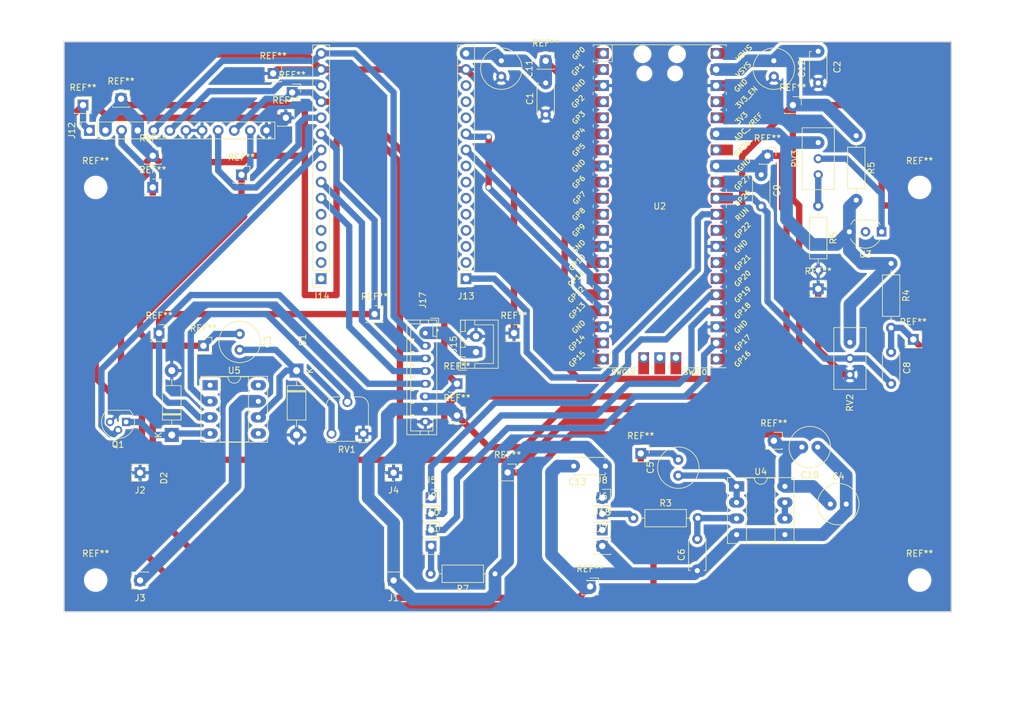
<source format=kicad_pcb>
(kicad_pcb (version 20221018) (generator pcbnew)
  (title_block (title "GPO-746-Bluetooth-conversion Main board") (date "2023-09-06") (rev "1.0.0") (company "Vlad Balmos"))
  (layers (0 "F.Cu" jumper) (31 "B.Cu" mixed) (36 "B.SilkS" user "B.Silkscreen") (37 "F.SilkS" user "F.Silkscreen") (38 "B.Mask" user) (39 "F.Mask" user) (44 "Edge.Cuts" user))
  (net 0 "")
  (net 1 "GND")
  (net 2 "+5V")
  (net 3 "Ringer+")
  (net 4 "Net-(D1-K)")
  (net 5 "GNDA")
  (net 6 "Net-(U4A--)")
  (net 7 "Speaker+")
  (net 8 "Net-(U4A-+)")
  (net 9 "Mic+")
  (net 10 "Net-(U2-GPIO26_ADC0)")
  (net 11 "Mosfet_Drain")
  (net 12 "+34V")
  (net 13 "DAC_TX_Din (19)")
  (net 14 "DAC_Vout")
  (net 15 "DAC_SCLK (18)")
  (net 16 "DAC_CS (17)")
  (net 17 "DOut")
  (net 18 "Pico_Enable")
  (net 25 "Audio_SDA (26)")
  (net 26 "Dialer (15)")
  (net 34 "BT_LED_STATE (19)")
  (net 35 "ENABLE_PAIRING_BTN (18)")
  (net 37 "RingerEnabled (17)")
  (net 38 "RingerSignal (16)")
  (net 39 "HookSwitchPower (4)")
  (net 40 "HookSwitchOut (2)")
  (net 41 "+3.3V")
  (net 42 "+5V_pre_switch")
  (net 43 "+3.3V_Clean")
  (net 44 "Net-(R6-Pad1)")
  (net 45 "Net-(U5--)")
  (net 66 "Net-(U2-3V3)")
  (net 71 "Net-(U4B--)")
  (net 74 "Audio_SCL (27)")
  (net 76 "Net-(U3-REF)")
  (footprint "Connector_JST:JST_XH_B2B-XH-A_1x02_P2.50mm_Vertical" (layer "F.Cu") (at 145 69 90)
    (fp_text reference "J15")
    (fp_text value "Power_Connector")
  )
  (footprint "Connector_PinSocket_2.54mm:PinSocket_1x01_P2.54mm_Vertical" (layer "F.Cu") (at 89 29)
    (fp_text reference "REF**")
    (fp_text value "PinSocket_1x01_P2.54mm_Vertical")
  )
  (footprint "Connector_PinSocket_2.54mm:PinSocket_1x01_P2.54mm_Vertical" (layer "F.Cu") (at 115 32)
    (fp_text reference "REF**")
    (fp_text value "PinSocket_1x01_P2.54mm_Vertical")
  )
  (footprint "Diode_THT:D_DO-41_SOD81_P10.16mm_Horizontal" (layer "F.Cu") (at 116.69 71.92 -90)
    (fp_text reference "D1")
    (fp_text value "1N5819")
  )
  (footprint "Connector_PinSocket_2.54mm:PinSocket_1x01_P2.54mm_Vertical" (layer "F.Cu") (at 164.92 94.54)
    (fp_text reference "J6")
    (fp_text value "Conn_01x01_Socket")
  )
  (footprint "Connector_PinSocket_2.54mm:PinSocket_1x01_P2.54mm_Vertical" (layer "F.Cu") (at 137.92 92)
    (fp_text reference "J5")
    (fp_text value "Conn_01x01_Socket")
  )
  (footprint "Connector_PinSocket_2.54mm:PinSocket_1x01_P2.54mm_Vertical" (layer "F.Cu") (at 137.92 94.54)
    (fp_text reference "J9")
    (fp_text value "Conn_01x01_Socket")
  )
  (footprint "Connector_PinSocket_2.54mm:PinSocket_1x01_P2.54mm_Vertical" (layer "F.Cu") (at 92 105.04675 180)
    (fp_text reference "J3")
    (fp_text value "34V")
  )
  (footprint "Potentiometer_THT:Potentiometer_Bourns_3296W_Vertical" (layer "F.Cu") (at 204 72.55 -90)
    (fp_text reference "RV2")
    (fp_text value "10k")
  )
  (footprint "Connector_PinSocket_2.54mm:PinSocket_1x01_P2.54mm_Vertical" (layer "F.Cu") (at 94 43)
    (fp_text reference "REF**")
    (fp_text value "PinSocket_1x01_P2.54mm_Vertical")
  )
  (footprint "Connector_PinSocket_2.54mm:PinSocket_1x01_P2.54mm_Vertical" (layer "F.Cu") (at 171 85)
    (fp_text reference "REF**")
    (fp_text value "PinSocket_1x01_P2.54mm_Vertical")
  )
  (footprint "Connector_PinSocket_2.54mm:PinSocket_1x01_P2.54mm_Vertical" (layer "F.Cu") (at 83 30)
    (fp_text reference "REF**")
    (fp_text value "PinSocket_1x01_P2.54mm_Vertical")
  )
  (footprint "Package_DIP:DIP-8_W7.62mm_Socket_LongPads" (layer "F.Cu") (at 103.045 74.23)
    (fp_text reference "U5")
    (fp_text value "UA741")
  )
  (footprint "Connector_PinSocket_2.54mm:PinSocket_1x01_P2.54mm_Vertical" (layer "F.Cu") (at 92 88.04675 180)
    (fp_text reference "J2")
    (fp_text value "GND")
  )
  (footprint "Capacitor_THT:C_Disc_D4.7mm_W2.5mm_P5.00mm" (layer "F.Cu") (at 199 26.5 90)
    (fp_text reference "C2")
    (fp_text value "0.1uf")
  )
  (footprint "Connector_PinSocket_2.54mm:PinSocket_1x01_P2.54mm_Vertical" (layer "F.Cu") (at 102 68)
    (fp_text reference "REF**")
    (fp_text value "PinSocket_1x01_P2.54mm_Vertical")
  )
  (footprint "Connector_PinSocket_2.54mm:PinSocket_1x01_P2.54mm_Vertical" (layer "F.Cu") (at 94 38)
    (fp_text reference "REF**")
    (fp_text value "PinSocket_1x01_P2.54mm_Vertical")
  )
  (footprint "Connector_PinSocket_2.54mm:PinSocket_1x01_P2.54mm_Vertical" (layer "F.Cu") (at 164.92 99.62)
    (fp_text reference "J7")
    (fp_text value "Conn_01x01_Socket")
  )
  (footprint "Capacitor_THT:C_Radial_D6.3mm_H11.0mm_P2.50mm" (layer "F.Cu") (at 107.715 66.14 -90)
    (fp_text reference "C3")
    (fp_text value "47uF")
  )
  (footprint "Resistor_THT:R_Axial_DIN0207_L6.3mm_D2.5mm_P10.16mm_Horizontal" (layer "F.Cu") (at 210.5 55 -90)
    (fp_text reference "R4")
    (fp_text value "1k")
  )
  (footprint "Package_TO_SOT_THT:TO-92_Inline_Wide" (layer "F.Cu") (at 209 50 180)
    (fp_text reference "U3")
    (fp_text value "TL431P")
  )
  (footprint "Capacitor_THT:C_Radial_D6.3mm_H11.0mm_P2.50mm" (layer "F.Cu") (at 176.92 88.5 90)
    (fp_text reference "C5")
    (fp_text value "220uF")
  )
  (footprint "Connector_PinSocket_2.54mm:PinSocket_1x01_P2.54mm_Vertical" (layer "F.Cu") (at 116 28)
    (fp_text reference "REF**")
    (fp_text value "PinSocket_1x01_P2.54mm_Vertical")
  )
  (footprint "Capacitor_THT:C_Disc_D4.7mm_W2.5mm_P5.00mm" (layer "F.Cu") (at 165.42 87 180)
    (fp_text reference "C13")
    (fp_text value "0.1uf")
  )
  (footprint "Connector_PinSocket_2.54mm:PinSocket_1x01_P2.54mm_Vertical" (layer "F.Cu") (at 199 59)
    (fp_text reference "REF**")
    (fp_text value "PinSocket_1x01_P2.54mm_Vertical")
  )
  (footprint "Connector_JST:JST_PH_B8B-PH-K_1x08_P2.00mm_Vertical" (layer "F.Cu") (at 137 66 -90)
    (fp_text reference "J17")
    (fp_text value "Control_board_connector")
  )
  (footprint "Package_TO_SOT_THT:TO-92" (layer "F.Cu") (at 89.795 80.03 180)
    (fp_text reference "Q1")
    (fp_text value "IRFZ44N")
  )
  (footprint "Connector_PinSocket_2.54mm:PinSocket_1x01_P2.54mm_Vertical" (layer "F.Cu") (at 137.92 99.62)
    (fp_text reference "J11")
    (fp_text value "Conn_01x01_Socket")
  )
  (footprint "Connector_PinSocket_2.54mm:PinSocket_1x01_P2.54mm_Vertical" (layer "F.Cu") (at 95 66)
    (fp_text reference "REF**")
    (fp_text value "PinSocket_1x01_P2.54mm_Vertical")
  )
  (footprint "Connector_PinSocket_2.54mm:PinSocket_1x15_P2.54mm_Vertical" (layer "F.Cu") (at 143.43 57.4 180)
    (fp_text reference "J13")
    (fp_text value "ESP32_Left_Pins")
  )
  (footprint "Resistor_THT:R_Axial_DIN0207_L6.3mm_D2.5mm_P10.16mm_Horizontal" (layer "F.Cu") (at 148 104 180)
    (fp_text reference "R7")
    (fp_text value "10k")
  )
  (footprint "Connector_PinSocket_2.54mm:PinSocket_1x01_P2.54mm_Vertical" (layer "F.Cu") (at 214 67)
    (fp_text reference "REF**")
    (fp_text value "PinSocket_1x01_P2.54mm_Vertical")
  )
  (footprint "Potentiometer_THT:Potentiometer_Runtron_RM-065_Vertical" (layer "F.Cu") (at 127.215 81.88 180)
    (fp_text reference "RV1")
    (fp_text value "100k")
  )
  (footprint "Package_DIP:DIP-8_W7.62mm_Socket_LongPads" (layer "F.Cu") (at 186.12 90.2)
    (fp_text reference "U4")
    (fp_text value "LM358")
  )
  (footprint "Capacitor_THT:C_Disc_D4.7mm_W2.5mm_P5.00mm" (layer "F.Cu") (at 190 41 -90)
    (fp_text reference "C9")
    (fp_text value "0.1uF")
  )
  (footprint "Capacitor_THT:C_Disc_D4.7mm_W2.5mm_P5.00mm" (layer "F.Cu") (at 210.5 69 -90)
    (fp_text reference "C8")
    (fp_text value "10uF")
  )
  (footprint "MountingHole:MountingHole_3.2mm_M3" (layer "F.Cu") (at 215 43)
    (fp_text reference "REF**")
    (fp_text value "MountingHole_3.2mm_M3")
  )
  (footprint "Capacitor_THT:C_Radial_D6.3mm_H11.0mm_P2.50mm" (layer "F.Cu") (at 192 23 -90)
    (fp_text reference "C12")
    (fp_text value "220uF")
  )
  (footprint "Capacitor_THT:C_Radial_D6.3mm_H11.0mm_P2.50mm" (layer "F.Cu") (at 200.92 93)
    (fp_text reference "C4")
    (fp_text value "220uF")
  )
  (footprint "Potentiometer_THT:Potentiometer_Bourns_3296W_Vertical" (layer "F.Cu") (at 199 35.92 90)
    (fp_text reference "RV3")
    (fp_text value "100k")
  )
  (footprint "Resistor_THT:R_Axial_DIN0207_L6.3mm_D2.5mm_P10.16mm_Horizontal" (layer "F.Cu") (at 205 34.84 -90)
    (fp_text reference "R5")
    (fp_text value "330")
  )
  (footprint "MountingHole:MountingHole_3.2mm_M3" (layer "F.Cu") (at 85 43)
    (fp_text reference "REF**")
    (fp_text value "MountingHole_3.2mm_M3")
  )
  (footprint "Connector_PinSocket_2.54mm:PinSocket_1x01_P2.54mm_Vertical" (layer "F.Cu") (at 132 88.04675 180)
    (fp_text reference "J4")
    (fp_text value "GND")
  )
  (footprint "Capacitor_THT:C_Radial_D6.3mm_H11.0mm_P2.50mm" (layer "F.Cu") (at 149 23 -90)
    (fp_text reference "C11")
    (fp_text value "220uF")
  )
  (footprint "Capacitor_THT:C_Radial_D6.3mm_H11.0mm_P2.50mm" (layer "F.Cu") (at 198.92 84 180)
    (fp_text reference "C10")
    (fp_text value "0.1uF")
  )
  (footprint "Connector_PinSocket_2.54mm:PinSocket_1x01_P2.54mm_Vertical" (layer "F.Cu") (at 137.92 97.08)
    (fp_text reference "J10")
    (fp_text value "Conn_01x01_Socket")
  )
  (footprint "Connector_PinSocket_2.54mm:PinSocket_1x01_P2.54mm_Vertical" (layer "F.Cu") (at 129 63)
    (fp_text reference "REF**")
    (fp_text value "PinSocket_1x01_P2.54mm_Vertical")
  )
  (footprint "Connector_PinSocket_2.54mm:PinSocket_1x01_P2.54mm_Vertical" (layer "F.Cu") (at 142 79)
    (fp_text reference "REF**")
    (fp_text value "PinSocket_1x01_P2.54mm_Vertical")
  )
  (footprint "MountingHole:MountingHole_3.2mm_M3" (layer "F.Cu") (at 85 105)
    (fp_text reference "REF**")
    (fp_text value "MountingHole_3.2mm_M3")
  )
  (footprint "Capacitor_THT:C_Disc_D4.7mm_W2.5mm_P5.00mm" (layer "F.Cu") (at 156 31.5 90)
    (fp_text reference "C1")
    (fp_text value "0.1uf")
  )
  (footprint "MountingHole:MountingHole_3.2mm_M3" (layer "F.Cu") (at 215 105)
    (fp_text reference "REF**")
    (fp_text value "MountingHole_3.2mm_M3")
  )
  (footprint "Resistor_THT:R_Axial_DIN0207_L6.3mm_D2.5mm_P10.16mm_Horizontal" (layer "F.Cu") (at 169.84 95.215)
    (fp_text reference "R3")
    (fp_text value "10k")
  )
  (footprint "Connector_PinSocket_2.54mm:PinSocket_1x01_P2.54mm_Vertical" (layer "F.Cu") (at 191 38)
    (fp_text reference "REF**")
    (fp_text value "PinSocket_1x01_P2.54mm_Vertical")
  )
  (footprint "Connector_PinSocket_2.54mm:PinSocket_1x15_P2.54mm_Vertical" (layer "F.Cu") (at 120.57 57.4 180)
    (fp_text reference "J14")
    (fp_text value "ESP32_Right_Pins")
  )
  (footprint "Connector_PinSocket_2.54mm:PinSocket_1x01_P2.54mm_Vertical" (layer "F.Cu") (at 132 105.04675 180)
    (fp_text reference "J1")
    (fp_text value "5V")
  )
  (footprint "Connector_PinSocket_2.54mm:PinSocket_1x01_P2.54mm_Vertical" (layer "F.Cu") (at 142 74)
    (fp_text reference "REF**")
    (fp_text value "PinSocket_1x01_P2.54mm_Vertical")
  )
  (footprint "Connector_PinSocket_2.54mm:PinSocket_1x01_P2.54mm_Vertical" (layer "F.Cu") (at 164.92 92)
    (fp_text reference "J8")
    (fp_text value "Conn_01x01_Socket")
  )
  (footprint "Connector_PinSocket_2.54mm:PinSocket_1x01_P2.54mm_Vertical" (layer "F.Cu") (at 108 41)
    (fp_text reference "REF**")
    (fp_text value "PinSocket_1x01_P2.54mm_Vertical")
  )
  (footprint "Connector_PinSocket_2.54mm:PinSocket_1x01_P2.54mm_Vertical" (layer "F.Cu") (at 150 88)
    (fp_text reference "REF**")
    (fp_text value "PinSocket_1x01_P2.54mm_Vertical")
  )
  (footprint "Connector_PinSocket_2.54mm:PinSocket_1x01_P2.54mm_Vertical" (layer "F.Cu") (at 195 30)
    (fp_text reference "REF**")
    (fp_text value "PinSocket_1x01_P2.54mm_Vertical")
  )
  (footprint "Diode_THT:D_DO-41_SOD81_P10.16mm_Horizontal" (layer "F.Cu") (at 97 82.08 90)
    (fp_text reference "D2")
    (fp_text value "1N5819")
  )
  (footprint "Connector_PinSocket_2.54mm:PinSocket_1x01_P2.54mm_Vertical" (layer "F.Cu") (at 192 83)
    (fp_text reference "REF**")
    (fp_text value "PinSocket_1x01_P2.54mm_Vertical")
  )
  (footprint "Connector_PinSocket_2.54mm:PinSocket_1x01_P2.54mm_Vertical" (layer "F.Cu") (at 151 66)
    (fp_text reference "REF**")
    (fp_text value "PinSocket_1x01_P2.54mm_Vertical")
  )
  (footprint "Connector_PinSocket_2.54mm:PinSocket_1x01_P2.54mm_Vertical" (layer "F.Cu") (at 156 23)
    (fp_text reference "REF**")
    (fp_text value "PinSocket_1x01_P2.54mm_Vertical")
  )
  (footprint "Connector_PinSocket_2.54mm:PinSocket_1x01_P2.54mm_Vertical" (layer "F.Cu") (at 164.92 97.08)
    (fp_text reference "J18")
    (fp_text value "Conn_01x01_Socket")
  )
  (footprint "Capacitor_THT:C_Disc_D4.7mm_W2.5mm_P5.00mm" (layer "F.Cu") (at 179.92 103.5 90)
    (fp_text reference "C6")
    (fp_text value "3.3nF")
  )
  (footprint "Connector_PinSocket_2.54mm:PinSocket_1x01_P2.54mm_Vertical" (layer "F.Cu") (at 163 106)
    (fp_text reference "REF**")
    (fp_text value "PinSocket_1x01_P2.54mm_Vertical")
  )
  (footprint "Resistor_THT:R_Axial_DIN0207_L6.3mm_D2.5mm_P10.16mm_Horizontal" (layer "F.Cu") (at 199 45.92 -90)
    (fp_text reference "R6")
    (fp_text value "100k")
  )
  (footprint "MCU_RaspberryPi_and_Boards:RPi_Pico_SMD_TH" (layer "F.Cu") (at 174 45.97)
    (fp_text reference "U2")
    (fp_text value "Pico")
  )
  (footprint "Connector_PinSocket_2.54mm:PinSocket_1x12_P2.54mm_Vertical" (layer "F.Cu") (at 84 34 90)
    (fp_text reference "J12")
    (fp_text value "Phone_Connector")
  )
  (footprint "Connector_PinSocket_2.54mm:PinSocket_1x01_P2.54mm_Vertical" (layer "F.Cu") (at 113 25)
    (fp_text reference "REF**")
    (fp_text value "PinSocket_1x01_P2.54mm_Vertical")
  )
  (gr_rect (start 80 20) (end 220 110) (stroke (width 0.2)) (fill none) (layer "Edge.Cuts"))
  (segment (start 84.944365 29.944365) (end 87 32) (width 1) (layer "F.Cu") (net 1))
  (segment (start 204 72.55) (end 202.981767 72.55) (width 1) (layer "F.Cu") (net 1))
  (segment (start 89.944365 22) (end 84.944365 27) (width 1) (layer "F.Cu") (net 1))
  (segment (start 143.43 24.38) (end 151 31.95) (width 1) (layer "F.Cu") (net 1))
  (segment (start 84.944365 27) (end 84.944365 29.944365) (width 1) (layer "F.Cu") (net 1))
  (segment (start 118.19 22) (end 89.944365 22) (width 1) (layer "F.Cu") (net 1))
  (segment (start 151 31.95) (end 151 66) (width 1) (layer "F.Cu") (net 1))
  (segment (start 113.62 24.38) (end 143.43 24.38) (width 1) (layer "F.Cu") (net 1))
  (segment (start 120.57 24.38) (end 118.19 22) (width 1) (layer "F.Cu") (net 1))
  (segment (start 87 32) (end 115 32) (width 1) (layer "F.Cu") (net 1))
  (segment (start 202.981767 72.55) (end 199 68.568233) (width 1) (layer "F.Cu") (net 1))
  (segment (start 199 68.568233) (end 199 59) (width 1) (layer "F.Cu") (net 1))
  (segment (start 113 25) (end 113.62 24.38) (width 1) (layer "F.Cu") (net 1))
  (segment (start 119.95 25) (end 120.57 24.38) (width 1) (layer "B.Cu") (net 1))
  (segment (start 113 25) (end 119.95 25) (width 1) (layer "B.Cu") (net 1))
  (segment (start 111.94 34) (end 113 34) (width 2) (layer "B.Cu") (net 1))
  (segment (start 113 34) (end 115 32) (width 2) (layer "B.Cu") (net 1))
  (segment (start 195 80) (end 213 80) (width 1) (layer "F.Cu") (net 2))
  (segment (start 187 70.8) (end 184.58 73.22) (width 1) (layer "F.Cu") (net 2))
  (segment (start 196 72.754709) (end 190.754709 78) (width 1) (layer "F.Cu") (net 2))
  (segment (start 158.595836 78) (end 152.595836 84) (width 1) (layer "F.Cu") (net 2))
  (segment (start 218 75) (end 218 52.15) (width 1) (layer "F.Cu") (net 2))
  (segment (start 150 88) (end 154 88) (width 1) (layer "F.Cu") (net 2))
  (segment (start 161.22 73.22) (end 159 71) (width 1) (layer "F.Cu") (net 2))
  (segment (start 218 52.15) (end 211.7 45.85) (width 1) (layer "F.Cu") (net 2))
  (segment (start 209 45.85) (end 209 32) (width 1) (layer "F.Cu") (net 2))
  (segment (start 147 84) (end 142 79) (width 1) (layer "F.Cu") (net 2))
  (segment (start 211.7 45.85) (end 209 45.85) (width 1) (layer "F.Cu") (net 2))
  (segment (start 152.595836 84) (end 147 84) (width 1) (layer "F.Cu") (net 2))
  (segment (start 154 88) (end 160 82) (width 1) (layer "F.Cu") (net 2))
  (segment (start 213 80) (end 218 75) (width 1) (layer "F.Cu") (net 2))
  (segment (start 207 30) (end 195 30) (width 1) (layer "F.Cu") (net 2))
  (segment (start 160 82) (end 193 82) (width 1) (layer "F.Cu") (net 2))
  (segment (start 159 26) (end 156 23) (width 1) (layer "F.Cu") (net 2))
  (segment (start 195 30) (end 187 38) (width 1) (layer "F.Cu") (net 2))
  (segment (start 193 82) (end 195 80) (width 1) (layer "F.Cu") (net 2))
  (segment (start 190.754709 78) (end 158.595836 78) (width 1) (layer "F.Cu") (net 2))
  (segment (start 195 44.88873) (end 196 45.88873) (width 1) (layer "F.Cu") (net 2))
  (segment (start 195 30) (end 195 44.88873) (width 1) (layer "F.Cu") (net 2))
  (segment (start 187 38) (end 187 70.8) (width 1) (layer "F.Cu") (net 2))
  (segment (start 159 71) (end 159 26) (width 1) (layer "F.Cu") (net 2))
  (segment (start 196 45.88873) (end 196 72.754709) (width 1) (layer "F.Cu") (net 2))
  (segment (start 209 32) (end 207 30) (width 1) (layer "F.Cu") (net 2))
  (segment (start 184.58 73.22) (end 161.22 73.22) (width 1) (layer "F.Cu") (net 2))
  (segment (start 148 107) (end 148 104) (width 2) (layer "B.Cu") (net 2))
  (segment (start 196.42 84) (end 193 84) (width 2) (layer "B.Cu") (net 2))
  (segment (start 141 78) (end 142 79) (width 2) (layer "B.Cu") (net 2))
  (segment (start 156 23) (end 156 26.5) (width 2) (layer "B.Cu") (net 2))
  (segment (start 134.95325 108) (end 147 108) (width 2) (layer "B.Cu") (net 2))
  (segment (start 128 86) (end 131 83) (width 2) (layer "B.Cu") (net 2))
  (segment (start 147.84 21.84) (end 149 23) (width 2) (layer "B.Cu") (net 2))
  (segment (start 152.5 23) (end 156 26.5) (width 2) (layer "B.Cu") (net 2))
  (segment (start 149 23) (end 152.5 23) (width 2) (layer "B.Cu") (net 2))
  (segment (start 165.42 91.5) (end 164.92 92) (width 2) (layer "B.Cu") (net 2))
  (segment (start 195 23) (end 195 30) (width 2) (layer "B.Cu") (net 2))
  (segment (start 150 88) (end 150 87) (width 2) (layer "B.Cu") (net 2))
  (segment (start 193.74 86.18) (end 193.74 90.2) (width 2) (layer "B.Cu") (net 2))
  (segment (start 198.12 90.2) (end 193.74 90.2) (width 2) (layer "B.Cu") (net 2))
  (segment (start 193.5 21.5) (end 192 23) (width 2) (layer "B.Cu") (net 2))
  (segment (start 186.62 24.38) (end 188 23) (width 2) (layer "B.Cu") (net 2))
  (segment (start 162.42 84) (end 165.42 87) (width 2) (layer "B.Cu") (net 2))
  (segment (start 200.16 30) (end 205 34.84) (width 2) (layer "B.Cu") (net 2))
  (segment (start 150 87) (end 153 84) (width 2) (layer "B.Cu") (net 2))
  (segment (start 150 88) (end 150 102) (width 2) (layer "B.Cu") (net 2))
  (segment (start 150 102) (end 148 104) (width 2) (layer "B.Cu") (net 2))
  (segment (start 131 83) (end 131 79) (width 2) (layer "B.Cu") (net 2))
  (segment (start 128 92) (end 128 86) (width 2) (layer "B.Cu") (net 2))
  (segment (start 200.92 93) (end 198.12 90.2) (width 2) (layer "B.Cu") (net 2))
  (segment (start 182.89 24.38) (end 186.62 24.38) (width 2) (layer "B.Cu") (net 2))
  (segment (start 195 30) (end 200.16 30) (width 2) (layer "B.Cu") (net 2))
  (segment (start 147 108) (end 148 107) (width 2) (layer "B.Cu") (net 2))
  (segment (start 132 96) (end 128 92) (width 2) (layer "B.Cu") (net 2))
  (segment (start 143.43 21.84) (end 147.84 21.84) (width 2) (layer "B.Cu") (net 2))
  (segment (start 188 23) (end 192 23) (width 2) (layer "B.Cu") (net 2))
  (segment (start 165.42 87) (end 165.42 91.5) (width 2) (layer "B.Cu") (net 2))
  (segment (start 137 78) (end 141 78) (width 2) (layer "B.Cu") (net 2))
  (segment (start 131 79) (end 132 78) (width 2) (layer "B.Cu") (net 2))
  (segment (start 132 105.04675) (end 134.95325 108) (width 2) (layer "B.Cu") (net 2))
  (segment (start 192 23) (end 195 23) (width 2) (layer "B.Cu") (net 2))
  (segment (start 132 78) (end 137 78) (width 2) (layer "B.Cu") (net 2))
  (segment (start 193 84) (end 192 83) (width 2) (layer "B.Cu") (net 2))
  (segment (start 153 84) (end 162.42 84) (width 2) (layer "B.Cu") (net 2))
  (segment (start 199 21.5) (end 193.5 21.5) (width 2) (layer "B.Cu") (net 2))
  (segment (start 132 105.04675) (end 132 96) (width 2) (layer "B.Cu") (net 2))
  (segment (start 195.92 84) (end 193.74 86.18) (width 2) (layer "B.Cu") (net 2))
  (segment (start 196.42 84) (end 195.92 84) (width 2) (layer "B.Cu") (net 2))
  (segment (start 92 64) (end 108.416992 47.583008) (width 1) (layer "F.Cu") (net 3))
  (segment (start 102 68) (end 94 68) (width 1) (layer "F.Cu") (net 3))
  (segment (start 108 47.166016) (end 108 41) (width 1) (layer "F.Cu") (net 3))
  (segment (start 92 66) (end 92 64) (width 1) (layer "F.Cu") (net 3))
  (segment (start 108.416992 47.583008) (end 108 47.166016) (width 1) (layer "F.Cu") (net 3))
  (segment (start 94 68) (end 92 66) (width 1) (layer "F.Cu") (net 3))
  (segment (start 102 68) (end 103.86 66.14) (width 1) (layer "B.Cu") (net 3))
  (segment (start 109.4 34) (end 109.4 39.6) (width 1) (layer "B.Cu") (net 3))
  (segment (start 109.4 39.6) (end 108 41) (width 1) (layer "B.Cu") (net 3))
  (segment (start 103.86 66.14) (end 107.715 66.14) (width 1) (layer "B.Cu") (net 3))
  (segment (start 107.715 68.64) (end 113.41 68.64) (width 1) (layer "B.Cu") (net 4))
  (segment (start 114 75.975) (end 114 73) (width 1) (layer "B.Cu") (net 4))
  (segment (start 110.665 79.31) (end 114 75.975) (width 1) (layer "B.Cu") (net 4))
  (segment (start 115.08 71.92) (end 116.69 71.92) (width 1) (layer "B.Cu") (net 4))
  (segment (start 122.215 77.445) (end 116.69 71.92) (width 1) (layer "B.Cu") (net 4))
  (segment (start 113.41 68.64) (end 116.69 71.92) (width 1) (layer "B.Cu") (net 4))
  (segment (start 122.215 81.88) (end 122.215 77.445) (width 1) (layer "B.Cu") (net 4))
  (segment (start 114 73) (end 115.08 71.92) (width 1) (layer "B.Cu") (net 4))
  (segment (start 123 35.595836) (end 125.295836 33.3) (width 1) (layer "F.Cu") (net 5))
  (segment (start 141.9 76) (end 190 76) (width 1) (layer "F.Cu") (net 5))
  (segment (start 117 30) (end 118 31) (width 1) (layer "F.Cu") (net 5))
  (segment (start 133 83) (end 138.6 83) (width 1) (layer "F.Cu") (net 5))
  (segment (start 140 77.9) (end 141.9 76) (width 1) (layer "F.Cu") (net 5))
  (segment (start 190 76) (end 194 72) (width 1) (layer "F.Cu") (net 5))
  (segment (start 89.95 85.99675) (end 89.95 90.09675) (width 1) (layer "F.Cu") (net 5))
  (segment (start 193 38) (end 191 38) (width 1) (layer "F.Cu") (net 5))
  (segment (start 107.65325 107.8) (end 161.2 107.8) (width 1) (layer "F.Cu") (net 5))
  (segment (start 118 38) (end 109.313328 38) (width 1) (layer "F.Cu") (net 5))
  (segment (start 92.3 83.64675) (end 89.95 85.99675) (width 1) (layer "F.Cu") (net 5))
  (segment (start 138.6 83) (end 140 81.6) (width 1) (layer "F.Cu") (net 5))
  (segment (start 118 60) (end 123 60) (width 1) (layer "F.Cu") (net 5))
  (segment (start 108.313328 39) (end 95 39) (width 1) (layer "F.Cu") (net 5))
  (segment (start 162.8005 106.1995) (end 163 106.1995) (width 1) (layer "F.Cu") (net 5))
  (segment (start 92 42) (end 92 45) (width 1) (layer "F.Cu") (net 5))
  (segment (start 123 60) (end 123 35.595836) (width 1) (layer "F.Cu") (net 5))
  (segment (start 92.3 78.704164) (end 92.3 83.64675) (width 1) (layer "F.Cu") (net 5))
  (segment (start 89.95 90.09675) (end 107.65325 107.8) (width 1) (layer "F.Cu") (net 5))
  (segment (start 85 52) (end 85 73.10122) (width 1) (layer "F.Cu") (net 5))
  (segment (start 93 39) (end 93 41) (width 1) (layer "F.Cu") (net 5))
  (segment (start 140 81.6) (end 140 77.9) (width 1) (layer "F.Cu") (net 5))
  (segment (start 93 39) (end 94 38) (width 1) (layer "F.Cu") (net 5))
  (segment (start 92 45) (end 85 52) (width 1) (layer "F.Cu") (net 5))
  (segment (start 193.3 38.3) (end 193 38) (width 1) (layer "F.Cu") (net 5))
  (segment (start 133 39) (end 133 83) (width 1) (layer "F.Cu") (net 5))
  (segment (start 193.3 46.3) (end 193.3 38.3) (width 1) (layer "F.Cu") (net 5))
  (segment (start 93 41) (end 92 42) (width 1) (layer "F.Cu") (net 5))
  (segment (start 125.295836 33.3) (end 127.3 33.3) (width 1) (layer "F.Cu") (net 5))
  (segment (start 194 47) (end 193.3 46.3) (width 1) (layer "F.Cu") (net 5))
  (segment (start 85 73.10122) (end 88.79878 76.9) (width 1) (layer "F.Cu") (net 5))
  (segment (start 194 72) (end 194 47) (width 1) (layer "F.Cu") (net 5))
  (segment (start 95 39) (end 94 38) (width 1) (layer "F.Cu") (net 5))
  (segment (start 127.3 33.3) (end 133 39) (width 1) (layer "F.Cu") (net 5))
  (segment (start 109.313328 38) (end 108.313328 39) (width 1) (layer "F.Cu") (net 5))
  (segment (start 118 31) (end 118 38) (width 1) (layer "F.Cu") (net 5))
  (segment (start 90.495836 76.9) (end 92.3 78.704164) (width 1) (layer "F.Cu") (net 5))
  (segment (start 90 30) (end 89 29) (width 1) (layer "F.Cu") (net 5))
  (segment (start 117 30) (end 90 30) (width 1) (layer "F.Cu") (net 5))
  (segment (start 88.79878 76.9) (end 90.495836 76.9) (width 1) (layer "F.Cu") (net 5))
  (segment (start 161.2 107.8) (end 162.8005 106.1995) (width 1) (layer "F.Cu") (net 5))
  (segment (start 118 38) (end 118 60) (width 1) (layer "F.Cu") (net 5))
  (segment (start 189.38 39.62) (end 182.89 39.62) (width 2) (layer "B.Cu") (net 5))
  (segment (start 86.54 34) (end 86.54 32.46) (width 2) (layer "B.Cu") (net 5))
  (segment (start 198.92 84) (end 203.42 88.5) (width 2) (layer "B.Cu") (net 5))
  (segment (start 169.3 104) (end 179.42 104) (width 2) (layer "B.Cu") (net 5))
  (segment (start 162.1195 106.1995) (end 159.92 104) (width 2) (layer "B.Cu") (net 5))
  (segment (start 159.92 104) (end 169.3 104) (width 2) (layer "B.Cu") (net 5))
  (segment (start 190 39) (end 190 41) (width 2) (layer "B.Cu") (net 5))
  (segment (start 203.42 88.5) (end 203.42 93) (width 2) (layer "B.Cu") (net 5))
  (segment (start 89 30) (end 89 29) (width 2) (layer "B.Cu") (net 5))
  (segment (start 203.42 94.13137) (end 203.42 93) (width 2) (layer "B.Cu") (net 5))
  (segment (start 91.62 35.62) (end 94 38) (width 2) (layer "B.Cu") (net 5))
  (segment (start 179.42 104) (end 179.92 103.5) (width 2) (layer "B.Cu") (net 5))
  (segment (start 160.42 87) (end 157.92 87) (width 2) (layer "B.Cu") (net 5))
  (segment (start 156.92 101) (end 159.92 104) (width 2) (layer "B.Cu") (net 5))
  (segment (start 91.62 32.62) (end 91.62 34) (width 2) (layer "B.Cu") (net 5))
  (segment (start 91.62 34) (end 91.62 35.62) (width 2) (layer "B.Cu") (net 5))
  (segment (start 164.92 99.62) (end 169.3 104) (width 2) (layer "B.Cu") (net 5))
  (segment (start 180.44 103.5) (end 186.12 97.82) (width 2) (layer "B.Cu") (net 5))
  (segment (start 186.12 97.82) (end 193.74 97.82) (width 2) (layer "B.Cu") (net 5))
  (segment (start 156.92 88) (end 156.92 101) (width 2) (layer "B.Cu") (net 5))
  (segment (start 91.62 32.62) (end 89 30) (width 2) (layer "B.Cu") (net 5))
  (segment (start 157.92 87) (end 156.92 88) (width 2) (layer "B.Cu") (net 5))
  (segment (start 163 106.1995) (end 162.1195 106.1995) (width 2) (layer "B.Cu") (net 5))
  (segment (start 86.54 32.46) (end 89 30) (width 2) (layer "B.Cu") (net 5))
  (segment (start 193.74 97.82) (end 199.73137 97.82) (width 2) (layer "B.Cu") (net 5))
  (segment (start 191 38) (end 190 39) (width 2) (layer "B.Cu") (net 5))
  (segment (start 191 38) (end 189.38 39.62) (width 2) (layer "B.Cu") (net 5))
  (segment (start 199.73137 97.82) (end 203.42 94.13137) (width 2) (layer "B.Cu") (net 5))
  (segment (start 179.92 103.5) (end 180.44 103.5) (width 2) (layer "B.Cu") (net 5))
  (segment (start 186.12 90.2) (end 186.12 92.74) (width 1) (layer "B.Cu") (net 6))
  (segment (start 176.92 88.5) (end 184.42 88.5) (width 1) (layer "B.Cu") (net 6))
  (segment (start 184.42 88.5) (end 186.12 90.2) (width 1) (layer "B.Cu") (net 6))
  (segment (start 173 92) (end 173 106) (width 1) (layer "F.Cu") (net 7))
  (segment (start 81 32) (end 83 30) (width 1) (layer "F.Cu") (net 7))
  (segment (start 81 89) (end 81 32) (width 1) (layer "F.Cu") (net 7))
  (segment (start 173 106) (end 170 109) (width 1) (layer "F.Cu") (net 7))
  (segment (start 101 109) (end 81 89) (width 1) (layer "F.Cu") (net 7))
  (segment (start 170 109) (end 101 109) (width 1) (layer "F.Cu") (net 7))
  (segment (start 171 85) (end 171 90) (width 1) (layer "F.Cu") (net 7))
  (segment (start 171 90) (end 173 92) (width 1) (layer "F.Cu") (net 7))
  (segment (start 171 85) (end 175.92 85) (width 1) (layer "B.Cu") (net 7))
  (segment (start 83 33) (end 84 34) (width 1) (layer "B.Cu") (net 7))
  (segment (start 83 33) (end 83 30) (width 1) (layer "B.Cu") (net 7))
  (segment (start 175.92 85) (end 176.92 86) (width 1) (layer "B.Cu") (net 7))
  (segment (start 179.92 98.5) (end 179.92 95.295) (width 1) (layer "B.Cu") (net 8))
  (segment (start 186.055 95.215) (end 186.12 95.28) (width 1) (layer "B.Cu") (net 8))
  (segment (start 179.92 95.295) (end 180 95.215) (width 1) (layer "B.Cu") (net 8))
  (segment (start 180 95.215) (end 186.055 95.215) (width 1) (layer "B.Cu") (net 8))
  (segment (start 193 80) (end 195 78) (width 1) (layer "F.Cu") (net 9))
  (segment (start 216 74) (end 216 69) (width 1) (layer "F.Cu") (net 9))
  (segment (start 212 78) (end 216 74) (width 1) (layer "F.Cu") (net 9))
  (segment (start 195 78) (end 212 78) (width 1) (layer "F.Cu") (net 9))
  (segment (start 153 86) (end 159 80) (width 1) (layer "F.Cu") (net 9))
  (segment (start 94 45.819228) (end 94 43) (width 1) (layer "F.Cu") (net 9))
  (segment (start 89 51) (end 89 74.697056) (width 1) (layer "F.Cu") (net 9))
  (segment (start 216 69) (end 214 67) (width 1) (layer "F.Cu") (net 9))
  (segment (start 89 74.697056) (end 89.502944 75.2) (width 1) (layer "F.Cu") (net 9))
  (segment (start 94 85) (end 95 86) (width 1) (layer "F.Cu") (net 9))
  (segment (start 94 78) (end 94 85) (width 1) (layer "F.Cu") (net 9))
  (segment (start 94.090386 45.909614) (end 89 51) (width 1) (layer "F.Cu") (net 9))
  (segment (start 159 80) (end 193 80) (width 1) (layer "F.Cu") (net 9))
  (segment (start 95 86) (end 153 86) (width 1) (layer "F.Cu") (net 9))
  (segment (start 94.090386 45.909614) (end 94 45.819228) (width 1) (layer "F.Cu") (net 9))
  (segment (start 89.502944 75.2) (end 91.2 75.2) (width 1) (layer "F.Cu") (net 9))
  (segment (start 91.2 75.2) (end 94 78) (width 1) (layer "F.Cu") (net 9))
  (segment (start 94 41) (end 94 43) (width 1) (layer "B.Cu") (net 9))
  (segment (start 212.16 65.16) (end 214 67) (width 1) (layer "B.Cu") (net 9))
  (segment (start 210.5 65.16) (end 210.5 69) (width 1) (layer "B.Cu") (net 9))
  (segment (start 89.08 36.08) (end 94 41) (width 1) (layer "B.Cu") (net 9))
  (segment (start 210.5 65.16) (end 212.16 65.16) (width 1) (layer "B.Cu") (net 9))
  (segment (start 89.08 34) (end 89.08 36.08) (width 1) (layer "B.Cu") (net 9))
  (segment (start 191 47) (end 191 61) (width 1) (layer "B.Cu") (net 10))
  (segment (start 200.01 70.01) (end 204 70.01) (width 1) (layer "B.Cu") (net 10))
  (segment (start 190 46) (end 191 47) (width 1) (layer "B.Cu") (net 10))
  (segment (start 206.51 70.01) (end 210.5 74) (width 1) (layer "B.Cu") (net 10))
  (segment (start 182.89 44.7) (end 188.7 44.7) (width 1) (layer "B.Cu") (net 10))
  (segment (start 188.7 44.7) (end 190 46) (width 1) (layer "B.Cu") (net 10))
  (segment (start 204 70.01) (end 206.51 70.01) (width 1) (layer "B.Cu") (net 10))
  (segment (start 191 61) (end 200.01 70.01) (width 1) (layer "B.Cu") (net 10))
  (segment (start 103.045 81.85) (end 97.23 81.85) (width 1) (layer "B.Cu") (net 11))
  (segment (start 94.08 82.08) (end 97 82.08) (width 1) (layer "B.Cu") (net 11))
  (segment (start 92.03 80.03) (end 94.08 82.08) (width 1) (layer "B.Cu") (net 11))
  (segment (start 89.795 80.03) (end 92.03 80.03) (width 1) (layer "B.Cu") (net 11))
  (segment (start 97.23 81.85) (end 97 82.08) (width 1) (layer "B.Cu") (net 11))
  (segment (start 108.23 76.77) (end 107 78) (width 2) (layer "B.Cu") (net 12))
  (segment (start 110.665 76.77) (end 108.23 76.77) (width 2) (layer "B.Cu") (net 12))
  (segment (start 107 90.04675) (end 92 105.04675) (width 2) (layer "B.Cu") (net 12))
  (segment (start 107 78) (end 107 90.04675) (width 2) (layer "B.Cu") (net 12))
  (segment (start 182.06 59.94) (end 182.89 59.94) (width 1) (layer "B.Cu") (net 13))
  (segment (start 175 67) (end 182.06 59.94) (width 1) (layer "B.Cu") (net 13))
  (segment (start 169 71) (end 169 69.068984) (width 1) (layer "B.Cu") (net 13))
  (segment (start 137.92 87.08) (end 148 77) (width 1) (layer "B.Cu") (net 13))
  (segment (start 171.068984 67) (end 175 67) (width 1) (layer "B.Cu") (net 13))
  (segment (start 163 77) (end 169 71) (width 1) (layer "B.Cu") (net 13))
  (segment (start 148 77) (end 163 77) (width 1) (layer "B.Cu") (net 13))
  (segment (start 169 69.068984) (end 171.068984 67) (width 1) (layer "B.Cu") (net 13))
  (segment (start 137.92 92) (end 137.92 87.08) (width 1) (layer "B.Cu") (net 13))
  (segment (start 164.92 94.54) (end 169.165 94.54) (width 1) (layer "B.Cu") (net 14))
  (segment (start 169.165 94.54) (end 169.84 95.215) (width 1) (layer "B.Cu") (net 14))
  (segment (start 181.52 62.48) (end 182.89 62.48) (width 1) (layer "B.Cu") (net 15))
  (segment (start 169 74) (end 177 74) (width 1) (layer "B.Cu") (net 15))
  (segment (start 139.77 94.54) (end 140 94.31) (width 1) (layer "B.Cu") (net 15))
  (segment (start 177 74) (end 179 72) (width 1) (layer "B.Cu") (net 15))
  (segment (start 140 88) (end 149 79) (width 1) (layer "B.Cu") (net 15))
  (segment (start 164 79) (end 169 74) (width 1) (layer "B.Cu") (net 15))
  (segment (start 140 94.31) (end 140 88) (width 1) (layer "B.Cu") (net 15))
  (segment (start 149 79) (end 164 79) (width 1) (layer "B.Cu") (net 15))
  (segment (start 179 65) (end 181.52 62.48) (width 1) (layer "B.Cu") (net 15))
  (segment (start 137.92 94.54) (end 139.77 94.54) (width 1) (layer "B.Cu") (net 15))
  (segment (start 179 72) (end 179 65) (width 1) (layer "B.Cu") (net 15))
  (segment (start 142 89) (end 150 81) (width 1) (layer "B.Cu") (net 16))
  (segment (start 150 81) (end 165 81) (width 1) (layer "B.Cu") (net 16))
  (segment (start 139.923528 97.08) (end 142 95.003528) (width 1) (layer "B.Cu") (net 16))
  (segment (start 170 76) (end 178 76) (width 1) (layer "B.Cu") (net 16))
  (segment (start 165 81) (end 170 76) (width 1) (layer "B.Cu") (net 16))
  (segment (start 137.92 97.08) (end 139.923528 97.08) (width 1) (layer "B.Cu") (net 16))
  (segment (start 178 76) (end 181 73) (width 1) (layer "B.Cu") (net 16))
  (segment (start 181 73) (end 181 69.45) (width 1) (layer "B.Cu") (net 16))
  (segment (start 142 95.003528) (end 142 89) (width 1) (layer "B.Cu") (net 16))
  (segment (start 181 69.45) (end 182.89 67.56) (width 1) (layer "B.Cu") (net 16))
  (segment (start 137.92 99.62) (end 137.92 103.92) (width 1) (layer "B.Cu") (net 17))
  (segment (start 137.92 103.92) (end 137.84 104) (width 1) (layer "B.Cu") (net 17))
  (segment (start 157 73) (end 165 73) (width 1) (layer "B.Cu") (net 18))
  (segment (start 165 73) (end 167 71) (width 1) (layer "B.Cu") (net 18))
  (segment (start 153 69) (end 157 73) (width 1) (layer "B.Cu") (net 18))
  (segment (start 167 69) (end 180 56) (width 1) (layer "B.Cu") (net 18))
  (segment (start 147.9 57.4) (end 153 62.5) (width 1) (layer "B.Cu") (net 18))
  (segment (start 180 56) (end 180 48) (width 1) (layer "B.Cu") (net 18))
  (segment (start 180.76 47.24) (end 182.89 47.24) (width 1) (layer "B.Cu") (net 18))
  (segment (start 143.43 57.4) (end 147.9 57.4) (width 1) (layer "B.Cu") (net 18))
  (segment (start 167 71) (end 167 69) (width 1) (layer "B.Cu") (net 18))
  (segment (start 180 48) (end 180.76 47.24) (width 1) (layer "B.Cu") (net 18))
  (segment (start 153 62.5) (end 153 69) (width 1) (layer "B.Cu") (net 18))
  (segment (start 163 56.65) (end 143.43 37.08) (width 1) (layer "B.Cu") (net 25))
  (segment (start 165.11 59.94) (end 163 57.83) (width 1) (layer "B.Cu") (net 25))
  (segment (start 163 57.83) (end 163 56.65) (width 1) (layer "B.Cu") (net 25))
  (segment (start 113 27.8) (end 102.9 27.8) (width 1) (layer "B.Cu") (net 26))
  (segment (start 120.1 26.45) (end 114.35 26.45) (width 1) (layer "B.Cu") (net 26))
  (segment (start 114.35 26.45) (end 113 27.8) (width 1) (layer "B.Cu") (net 26))
  (segment (start 102.9 27.8) (end 96.7 34) (width 1) (layer "B.Cu") (net 26))
  (segment (start 120.57 26.92) (end 120.1 26.45) (width 1) (layer "B.Cu") (net 26))
  (segment (start 137 72) (end 132 72) (width 1) (layer "B.Cu") (net 34))
  (segment (start 125 65) (end 125 49.13) (width 1) (layer "B.Cu") (net 34))
  (segment (start 125 49.13) (end 120.57 44.7) (width 1) (layer "B.Cu") (net 34))
  (segment (start 132 72) (end 125 65) (width 1) (layer "B.Cu") (net 34))
  (segment (start 127 64) (end 127 48.59) (width 1) (layer "B.Cu") (net 35))
  (segment (start 137 70) (end 133 70) (width 1) (layer "B.Cu") (net 35))
  (segment (start 127 48.59) (end 120.57 42.16) (width 1) (layer "B.Cu") (net 35))
  (segment (start 133 70) (end 127 64) (width 1) (layer "B.Cu") (net 35))
  (segment (start 87.875001 81.949999) (end 87.26581 81.949999) (width 1) (layer "B.Cu") (net 37))
  (segment (start 87.26581 81.949999) (end 85.905 80.589189) (width 1) (layer "B.Cu") (net 37))
  (segment (start 85.905 80.589189) (end 85.905 71.745) (width 1) (layer "B.Cu") (net 37))
  (segment (start 88.525 81.3) (end 87.875001 81.949999) (width 1) (layer "B.Cu") (net 37))
  (segment (start 85.905 71.745) (end 120.57 37.08) (width 1) (layer "B.Cu") (net 37))
  (segment (start 129 63) (end 96 63) (width 1) (layer "F.Cu") (net 38))
  (segment (start 95 64) (end 95 66) (width 1) (layer "F.Cu") (net 38))
  (segment (start 96 63) (end 95 64) (width 1) (layer "F.Cu") (net 38))
  (segment (start 123 36.97) (end 120.57 34.54) (width 1) (layer "B.Cu") (net 38))
  (segment (start 128 74) (end 137 74) (width 1) (layer "B.Cu") (net 38))
  (segment (start 100 60) (end 114 60) (width 1) (layer "B.Cu") (net 38))
  (segment (start 95 65) (end 100 60) (width 1) (layer "B.Cu") (net 38))
  (segment (start 114 60) (end 128 74) (width 1) (layer "B.Cu") (net 38))
  (segment (start 95 75.526728) (end 95 66) (width 1) (layer "B.Cu") (net 38))
  (segment (start 123 42.196167) (end 123 36.97) (width 1) (layer "B.Cu") (net 38))
  (segment (start 95 66) (end 95 65) (width 1) (layer "B.Cu") (net 38))
  (segment (start 103.045 79.31) (end 101.31 79.31) (width 1) (layer "B.Cu") (net 38))
  (segment (start 129 63) (end 129 48.196167) (width 1) (layer "B.Cu") (net 38))
  (segment (start 99 77) (end 96.473272 77) (width 1) (layer "B.Cu") (net 38))
  (segment (start 129 48.196167) (end 123 42.196167) (width 1) (layer "B.Cu") (net 38))
  (segment (start 96.473272 77) (end 95 75.526728) (width 1) (layer "B.Cu") (net 38))
  (segment (start 101.31 79.31) (end 99 77) (width 1) (layer "B.Cu") (net 38))
  (segment (start 117 33) (end 118 32) (width 1) (layer "B.Cu") (net 39))
  (segment (start 110.285 43) (end 117 36.285) (width 1) (layer "B.Cu") (net 39))
  (segment (start 104.32 34) (end 104.32 40.32) (width 1) (layer "B.Cu") (net 39))
  (segment (start 117 36.285) (end 117 33) (width 1) (layer "B.Cu") (net 39))
  (segment (start 107 43) (end 110.285 43) (width 1) (layer "B.Cu") (net 39))
  (segment (start 118 32) (end 120.57 32) (width 1) (layer "B.Cu") (net 39))
  (segment (start 104.32 40.32) (end 107 43) (width 1) (layer "B.Cu") (net 39))
  (segment (start 125.46 29.46) (end 140 44) (width 1) (layer "F.Cu") (net 40))
  (segment (start 140 44) (end 140 72) (width 1) (layer "F.Cu") (net 40))
  (segment (start 140 72) (end 142 74) (width 1) (layer "F.Cu") (net 40))
  (segment (start 120.57 29.46) (end 125.46 29.46) (width 1) (layer "F.Cu") (net 40))
  (segment (start 106.86 34) (end 111.86 29) (width 1) (layer "B.Cu") (net 40))
  (segment (start 111.86 29) (end 115 29) (width 1) (layer "B.Cu") (net 40))
  (segment (start 140 76) (end 142 74) (width 1) (layer "B.Cu") (net 40))
  (segment (start 137 76) (end 140 76) (width 1) (layer "B.Cu") (net 40))
  (segment (start 119.11 28) (end 120.57 29.46) (width 1) (layer "B.Cu") (net 40))
  (segment (start 116 28) (end 119.11 28) (width 1) (layer "B.Cu") (net 40))
  (segment (start 115 29) (end 116 28) (width 1) (layer "B.Cu") (net 40))
  (segment (start 132 28) (end 125.84 21.84) (width 1) (layer "B.Cu") (net 41))
  (segment (start 137 68) (end 136.681497 68) (width 1) (layer "B.Cu") (net 41))
  (segment (start 119.41 23) (end 120.57 21.84) (width 1) (layer "B.Cu") (net 41))
  (segment (start 105 23) (end 119.41 23) (width 1) (layer "B.Cu") (net 41))
  (segment (start 132 63.318503) (end 132 28) (width 1) (layer "B.Cu") (net 41))
  (segment (start 94.16 33.84) (end 105 23) (width 1) (layer "B.Cu") (net 41))
  (segment (start 136.681497 68) (end 132 63.318503) (width 1) (layer "B.Cu") (net 41))
  (segment (start 125.84 21.84) (end 120.57 21.84) (width 1) (layer "B.Cu") (net 41))
  (segment (start 94.16 34) (end 94.16 33.84) (width 1) (layer "B.Cu") (net 41))
  (segment (start 140.14283 65.957169) (end 137.04283 65.95717) (width 2) (layer "B.Cu") (net 42))
  (segment (start 143.185661 69) (end 140.14283 65.957169) (width 2) (layer "B.Cu") (net 42))
  (segment (start 145 69) (end 143.185661 69) (width 2) (layer "B.Cu") (net 42))
  (segment (start 198 52) (end 194 48) (width 2) (layer "B.Cu") (net 43))
  (segment (start 201.92 52) (end 198 52) (width 2) (layer "B.Cu") (net 43))
  (segment (start 204 61.5) (end 204 67.47) (width 2) (layer "B.Cu") (net 43))
  (segment (start 210.5 55) (end 204 61.5) (width 2) (layer "B.Cu") (net 43))
  (segment (start 203.92 46.08) (end 205 45) (width 2) (layer "B.Cu") (net 43))
  (segment (start 193.92 35.92) (end 192.54 34.54) (width 2) (layer "B.Cu") (net 43))
  (segment (start 192.54 34.54) (end 188.65127 34.54) (width 2) (layer "B.Cu") (net 43))
  (segment (start 203.92 50) (end 203.92 46.08) (width 2) (layer "B.Cu") (net 43))
  (segment (start 194 36) (end 192.54 34.54) (width 2) (layer "B.Cu") (net 43))
  (segment (start 205.92967 55) (end 210.5 55) (width 2) (layer "B.Cu") (net 43))
  (segment (start 203.92 52.99033) (end 205.92967 55) (width 2) (layer "B.Cu") (net 43))
  (segment (start 203.92 50) (end 201.92 52) (width 2) (layer "B.Cu") (net 43))
  (segment (start 182.89 34.54) (end 188.65127 34.54) (width 2) (layer "B.Cu") (net 43))
  (segment (start 199 35.92) (end 193.92 35.92) (width 2) (layer "B.Cu") (net 43))
  (segment (start 194 48) (end 194 36) (width 2) (layer "B.Cu") (net 43))
  (segment (start 203.92 50) (end 203.92 52.99033) (width 2) (layer "B.Cu") (net 43))
  (segment (start 199 41) (end 199 45.92) (width 1) (layer "B.Cu") (net 44))
  (segment (start 124.715 75.715) (end 124.715 76.88) (width 1) (layer "B.Cu") (net 45))
  (segment (start 103.045 76.77) (end 102.185 76.77) (width 1) (layer "B.Cu") (net 45))
  (segment (start 112 63) (end 124.715 75.715) (width 1) (layer "B.Cu") (net 45))
  (segment (start 100 66) (end 103 63) (width 1) (layer "B.Cu") (net 45))
  (segment (start 100 74.585) (end 100 66) (width 1) (layer "B.Cu") (net 45))
  (segment (start 102.185 76.77) (end 100 74.585) (width 1) (layer "B.Cu") (net 45))
  (segment (start 103 63) (end 112 63) (width 1) (layer "B.Cu") (net 45))
  (segment (start 193.74 92.74) (end 193.74 95.28) (width 1) (layer "B.Cu") (net 71))
  (segment (start 147 43) (end 147 35) (width 1) (layer "F.Cu") (net 74))
  (via (at 147 43) (size 1) (drill 0.7) (layers "F.Cu" "B.Cu") (net 74))
  (via (at 147 35) (size 1) (drill 0.7) (layers "F.Cu" "B.Cu") (net 74))
  (segment (start 161 57) (end 147 43) (width 1) (layer "B.Cu") (net 74))
  (segment (start 143.89 35) (end 143.43 34.54) (width 1) (layer "B.Cu") (net 74))
  (segment (start 161 58.37) (end 161 57) (width 1) (layer "B.Cu") (net 74))
  (segment (start 165.11 62.48) (end 161 58.37) (width 1) (layer "B.Cu") (net 74))
  (segment (start 147 35) (end 143.89 35) (width 1) (layer "B.Cu") (net 74))
  (segment (start 203.46 38.46) (end 209 44) (width 1) (layer "B.Cu") (net 76))
  (segment (start 209 44) (end 209 50) (width 1) (layer "B.Cu") (net 76))
  (segment (start 199 38.46) (end 203.46 38.46) (width 1) (layer "B.Cu") (net 76))
  (zone (net 1) (net_name "GND") (layer "B.Cu") (connect_pads (clearance 0.5)) (min_thickness 0.25) (fill yes (thermal_gap 0.5) (thermal_bridge_width 0.5))
    (polygon (pts (xy 80 20) (xy 220 20) (xy 220 110) (xy 80 110)))
  )
)
</source>
